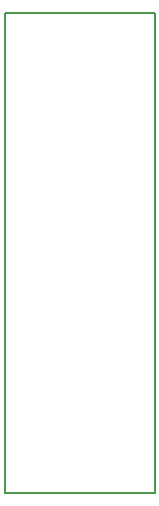
<source format=gko>
G04 #@! TF.GenerationSoftware,KiCad,Pcbnew,5.0.0-fee4fd1~65~ubuntu17.10.1*
G04 #@! TF.CreationDate,2018-10-29T14:39:41-04:00*
G04 #@! TF.ProjectId,rgb-lamp,7267622D6C616D702E6B696361645F70,rev?*
G04 #@! TF.SameCoordinates,Original*
G04 #@! TF.FileFunction,Profile,NP*
%FSLAX46Y46*%
G04 Gerber Fmt 4.6, Leading zero omitted, Abs format (unit mm)*
G04 Created by KiCad (PCBNEW 5.0.0-fee4fd1~65~ubuntu17.10.1) date Mon Oct 29 14:39:41 2018*
%MOMM*%
%LPD*%
G01*
G04 APERTURE LIST*
%ADD10C,0.150000*%
G04 APERTURE END LIST*
D10*
X113030000Y-69850000D02*
X113030000Y-110490000D01*
X125730000Y-69850000D02*
X113030000Y-69850000D01*
X125730000Y-110490000D02*
X125730000Y-69850000D01*
X113030000Y-110490000D02*
X125730000Y-110490000D01*
M02*

</source>
